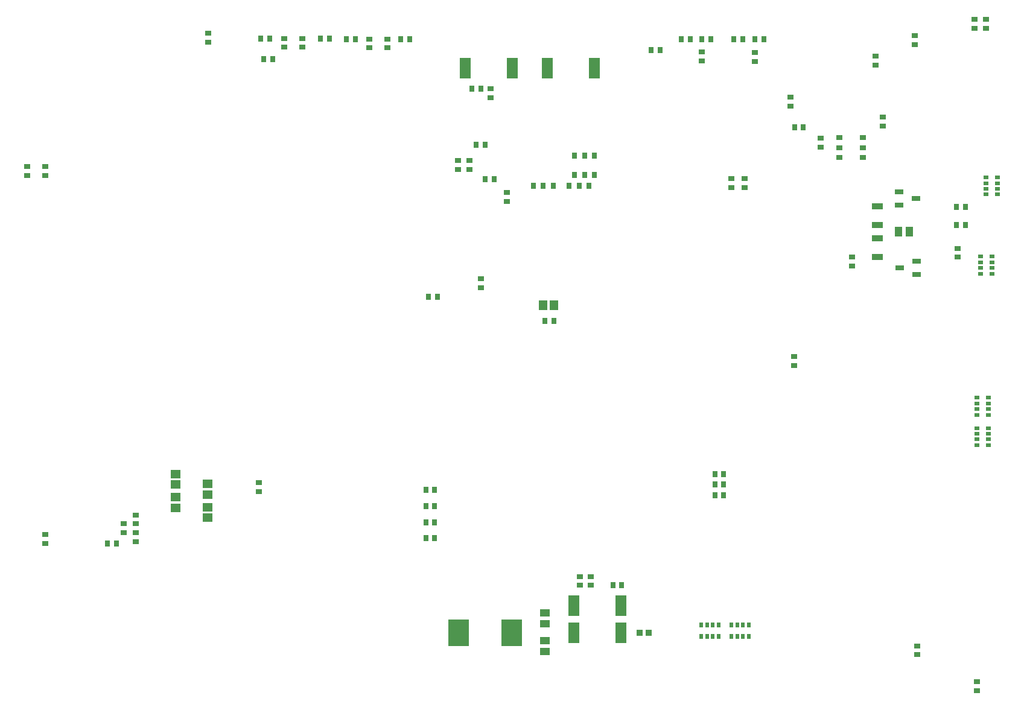
<source format=gbp>
G04*
G04 #@! TF.GenerationSoftware,Altium Limited,Altium Designer,19.0.10 (269)*
G04*
G04 Layer_Color=128*
%FSLAX43Y43*%
%MOMM*%
G71*
G01*
G75*
%ADD36R,0.850X0.750*%
%ADD41R,0.900X0.750*%
%ADD42R,0.850X0.700*%
%ADD43R,0.900X0.800*%
%ADD45R,0.700X0.850*%
%ADD46R,0.800X0.900*%
%ADD47R,1.350X1.150*%
%ADD136R,3.000X3.810*%
%ADD137R,0.750X0.900*%
%ADD138R,0.750X0.850*%
%ADD139R,0.850X0.900*%
%ADD140R,1.350X1.050*%
%ADD141R,1.000X1.350*%
%ADD142R,1.150X1.350*%
%ADD143R,1.200X0.800*%
%ADD144R,1.550X0.900*%
%ADD145R,1.500X3.000*%
%ADD146R,0.700X0.500*%
%ADD147R,0.500X0.700*%
D36*
X163050Y135875D02*
D03*
Y137125D02*
D03*
D41*
X189250Y55125D02*
D03*
Y53875D02*
D03*
X180830Y60125D02*
D03*
Y58875D02*
D03*
X81330Y144875D02*
D03*
Y146125D02*
D03*
X71230Y78500D02*
D03*
Y77250D02*
D03*
X58530Y75750D02*
D03*
Y74500D02*
D03*
X88425Y81793D02*
D03*
Y83043D02*
D03*
X171700Y113475D02*
D03*
Y114725D02*
D03*
X186480Y114675D02*
D03*
Y115925D02*
D03*
X163600Y99475D02*
D03*
Y100725D02*
D03*
X118000Y128225D02*
D03*
Y126975D02*
D03*
X156650Y124475D02*
D03*
Y125725D02*
D03*
D42*
X119650Y110425D02*
D03*
Y111675D02*
D03*
X188900Y148050D02*
D03*
Y146800D02*
D03*
X123300Y123790D02*
D03*
Y122540D02*
D03*
X176000Y134375D02*
D03*
Y133125D02*
D03*
X121000Y137100D02*
D03*
Y138350D02*
D03*
X150610Y142250D02*
D03*
Y143500D02*
D03*
X158070Y142175D02*
D03*
Y143425D02*
D03*
X167250Y130125D02*
D03*
Y131375D02*
D03*
X190500Y146800D02*
D03*
Y148050D02*
D03*
X71230Y76000D02*
D03*
Y74750D02*
D03*
X55990Y127375D02*
D03*
Y126125D02*
D03*
X58530Y127375D02*
D03*
Y126125D02*
D03*
X69500Y76000D02*
D03*
Y77250D02*
D03*
X94540Y145400D02*
D03*
Y144150D02*
D03*
X92000D02*
D03*
Y145400D02*
D03*
X106540Y145300D02*
D03*
Y144050D02*
D03*
X104000D02*
D03*
Y145300D02*
D03*
X133500Y69875D02*
D03*
Y68625D02*
D03*
X154800Y125725D02*
D03*
Y124475D02*
D03*
X116400Y126995D02*
D03*
Y128245D02*
D03*
D43*
X173215Y130050D02*
D03*
Y131450D02*
D03*
Y128650D02*
D03*
X175000Y142875D02*
D03*
Y141625D02*
D03*
X169875Y128650D02*
D03*
Y131450D02*
D03*
Y130050D02*
D03*
X180500Y145750D02*
D03*
Y144500D02*
D03*
X135000Y69875D02*
D03*
Y68625D02*
D03*
D45*
X121500Y125600D02*
D03*
X120250D02*
D03*
X113075Y79750D02*
D03*
X111925D02*
D03*
X119600Y138350D02*
D03*
X118350D02*
D03*
X150610Y145250D02*
D03*
X151860D02*
D03*
X158070Y145300D02*
D03*
X159320D02*
D03*
X113125Y75250D02*
D03*
X111875D02*
D03*
Y82000D02*
D03*
X113125D02*
D03*
X111925Y77500D02*
D03*
X113075D02*
D03*
X152445Y81268D02*
D03*
X153695D02*
D03*
Y82768D02*
D03*
X152445D02*
D03*
X138125Y68650D02*
D03*
X139375D02*
D03*
D46*
X100750Y145300D02*
D03*
X102000D02*
D03*
X147750Y145250D02*
D03*
X149000D02*
D03*
X134800Y124700D02*
D03*
X132000D02*
D03*
X133400D02*
D03*
X126950D02*
D03*
X129750D02*
D03*
X128350D02*
D03*
X135573Y128950D02*
D03*
X132773D02*
D03*
X134173D02*
D03*
X135573Y126200D02*
D03*
X132773D02*
D03*
X134173D02*
D03*
X163625Y132950D02*
D03*
X164875D02*
D03*
X156370Y145300D02*
D03*
X155120D02*
D03*
X97125Y145400D02*
D03*
X98375D02*
D03*
X108375Y145300D02*
D03*
X109625D02*
D03*
X90000Y145400D02*
D03*
X88750D02*
D03*
X187625Y121750D02*
D03*
X186375D02*
D03*
X187625Y119210D02*
D03*
X186375D02*
D03*
X152445Y84268D02*
D03*
X153695D02*
D03*
D47*
X81250Y79592D02*
D03*
Y78143D02*
D03*
X76750Y79525D02*
D03*
Y80975D02*
D03*
X81250Y82842D02*
D03*
Y81393D02*
D03*
X76750Y82775D02*
D03*
Y84225D02*
D03*
D136*
X116500Y62000D02*
D03*
X123900D02*
D03*
D137*
X112275Y109125D02*
D03*
X113525D02*
D03*
X90375Y142500D02*
D03*
X89125D02*
D03*
X144750Y143750D02*
D03*
X143500D02*
D03*
X67250Y74500D02*
D03*
X68500D02*
D03*
X129875Y105750D02*
D03*
X128625D02*
D03*
D138*
X118975Y130500D02*
D03*
X120225D02*
D03*
D139*
X143150Y62000D02*
D03*
X141850D02*
D03*
D140*
X128625Y60875D02*
D03*
Y59375D02*
D03*
Y64750D02*
D03*
Y63250D02*
D03*
D141*
X179750Y118250D02*
D03*
X178250D02*
D03*
D142*
X128350Y107960D02*
D03*
X129875D02*
D03*
D143*
X180690Y122920D02*
D03*
X178290Y123870D02*
D03*
Y121970D02*
D03*
X180750Y114130D02*
D03*
Y112230D02*
D03*
X178350Y113180D02*
D03*
D144*
X175250Y114675D02*
D03*
Y117325D02*
D03*
Y121825D02*
D03*
Y119175D02*
D03*
D145*
X117400Y141250D02*
D03*
X124000D02*
D03*
X128950D02*
D03*
X135550D02*
D03*
X132700Y65750D02*
D03*
X139300D02*
D03*
X132700Y62000D02*
D03*
X139300D02*
D03*
D146*
X192100Y125080D02*
D03*
Y124280D02*
D03*
Y123480D02*
D03*
Y125880D02*
D03*
X190500Y125080D02*
D03*
Y124280D02*
D03*
Y123480D02*
D03*
Y125880D02*
D03*
X189700Y114779D02*
D03*
Y112379D02*
D03*
Y113179D02*
D03*
Y113979D02*
D03*
X191300Y114779D02*
D03*
Y112379D02*
D03*
Y113179D02*
D03*
Y113979D02*
D03*
X189200Y94950D02*
D03*
Y92550D02*
D03*
Y93350D02*
D03*
Y94150D02*
D03*
X190800Y94950D02*
D03*
Y92550D02*
D03*
Y93350D02*
D03*
Y94150D02*
D03*
X189200Y90700D02*
D03*
Y88300D02*
D03*
Y89100D02*
D03*
Y89900D02*
D03*
X190800Y90700D02*
D03*
Y88300D02*
D03*
Y89100D02*
D03*
Y89900D02*
D03*
D147*
X157200Y63050D02*
D03*
X154800D02*
D03*
X155600D02*
D03*
X156400D02*
D03*
X157200Y61450D02*
D03*
X154800D02*
D03*
X155600D02*
D03*
X156400D02*
D03*
X152950Y63050D02*
D03*
X150550D02*
D03*
X151350D02*
D03*
X152150D02*
D03*
X152950Y61450D02*
D03*
X150550D02*
D03*
X151350D02*
D03*
X152150D02*
D03*
M02*

</source>
